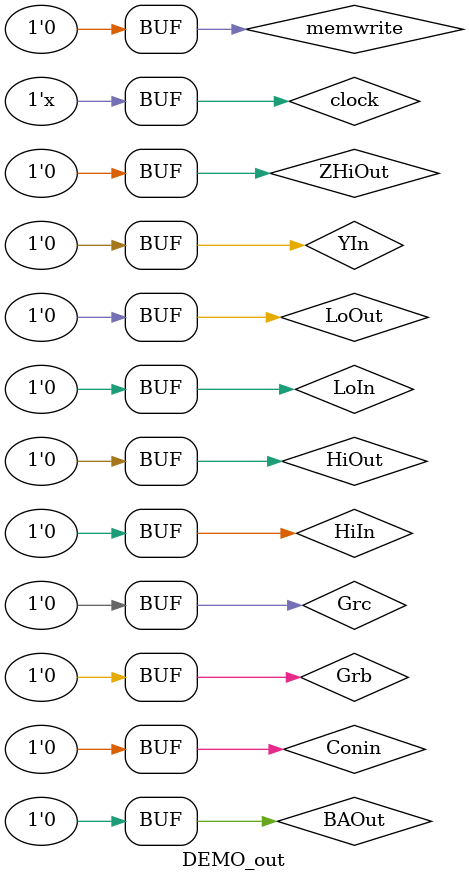
<source format=v>
`timescale 1ns/10ps
module DEMO_out();

reg clock, clear;
reg [3:0] present_state;

reg HiIn, LoIn, ZIn, PCIn, MDRIn, MARIn, YIn, OPortIn, IRIn;
initial {HiIn, LoIn, ZIn, PCIn, MDRIn, MARIn, YIn, OPortIn, IRIn} = 0;
reg HiOut, LoOut, ZHiOut, ZLoOut, PCOut, MDROut, IPortOut, COut;
initial {HiOut, LoOut, ZHiOut, ZLoOut, PCOut, MDROut, IPortOut, COut} = 0;

reg [31:0] IPortInput = 0;

reg Gra, Grb, Grc, RIn, ROut, BAOut;
initial {Gra, Grb, Grc, RIn, ROut, BAOut} = 0;

reg Conin = 0;
wire ConOut;

reg memread = 0, memwrite = 0;
reg [4:0] ALUCode = 0;
reg initMem = 0;

DataPath dp(
	clock, clear, 
	HiIn, LoIn, ZIn, PCIn, MDRIn, MARIn, YIn, OPortIn, IRIn,
	HiOut, LoOut, ZHiOut, ZLoOut, PCOut, MDROut, IPortOut, COut,
	IPortInput,
	Gra, Grb, Grc, RIn, ROut, BAOut,
	Conin, ConOut,
	memread, memwrite, 
	ALUCode,
	initMem
);


//states and clock control:
parameter init1 = 4'd1, init2 = 4'd2, init3 = 4'd3, T0 = 4'd4, T1 = 4'd5, T2 = 4'd6, T3 = 4'd7, T4 = 4'd8, T5 = 4'd9, T6 = 4'd10, T7 = 4'd11;//can add more states here
initial begin clock = 0; present_state = 4'd0; end
always #10 clock = ~clock;
always @ (negedge clock) present_state = present_state + 1;



always @(present_state) begin
	case(present_state)
		init1: begin //Preload Register with value
			initMem = 1;
			IPortInput = 32'bxxxxx_0110_xxxx_0000000000000000100;//32'bxxxxx_register_xxxx_value
			IPortOut = 1;
			IRIn = 1;
			#15 IRIn = 0; IPortOut = 0; initMem = 0;
		end
		init2: begin
			Gra = 1;
			RIn = 1;
			COut = 1;
			#15 Gra = 0; RIn = 0; COut = 0;
		end
		init3: begin
			PCIn = 1;
			IPortInput = 32'd371;//preload PC with instruction memory location
			IPortOut = 1;
			#15 PCIn = 0; IPortOut = 0;
		end
		T0: begin
			PCOut = 1; MARIn = 1; ALUCode = 5'b11111; ZIn = 1;
			#15 PCOut = 0; MARIn = 0; ALUCode = 5'b0; ZIn = 0;
		end
		T1: begin
			ZLoOut = 1; PCIn = 1; memread = 1; MDRIn = 1;
			#15 ZLoOut = 0; PCIn = 0; memread = 0; MDRIn = 0;
		end
		T2: begin
			MDROut = 1; IRIn = 1;
			#15 MDROut = 0; IRIn = 0;
		end
		T3: begin
			Gra = 1; ROut = 1; OPortIn = 1;
			#15 Gra = 0; ROut = 0; OPortIn = 0;
		end
		T4: begin

		end
		T5: begin

		end
		T6: begin

		end
		T7: begin

		end
	endcase
end
endmodule 
</source>
